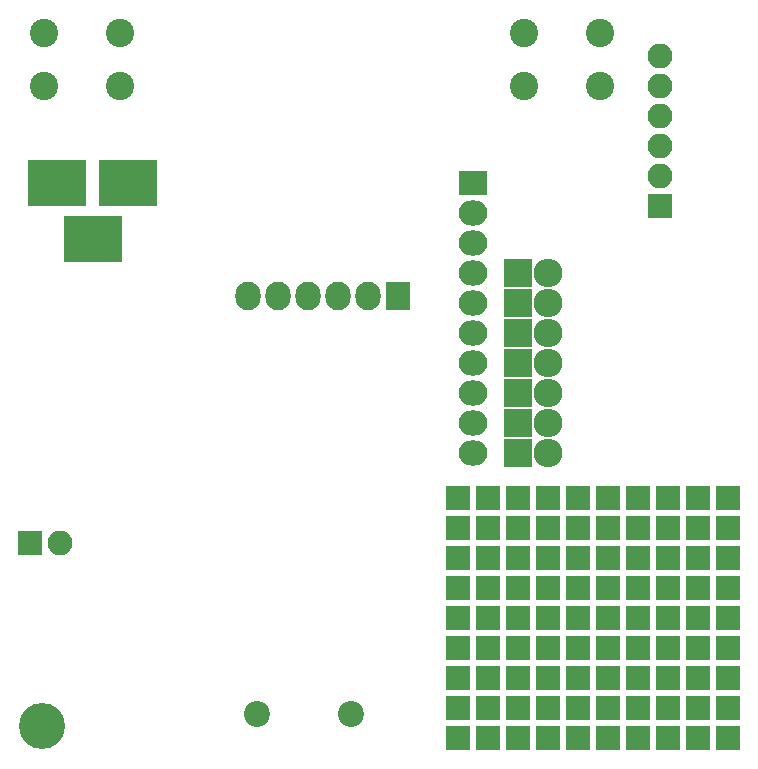
<source format=gbr>
G04 #@! TF.GenerationSoftware,KiCad,Pcbnew,(2016-12-16 revision f631ae2)-makepkg*
G04 #@! TF.CreationDate,2017-02-21T16:59:48-05:00*
G04 #@! TF.ProjectId,orc-esp1,6F72632D657370312E6B696361645F70,1*
G04 #@! TF.FileFunction,Soldermask,Bot*
G04 #@! TF.FilePolarity,Negative*
%FSLAX46Y46*%
G04 Gerber Fmt 4.6, Leading zero omitted, Abs format (unit mm)*
G04 Created by KiCad (PCBNEW (2016-12-16 revision f631ae2)-makepkg) date 02/21/17 16:59:48*
%MOMM*%
%LPD*%
G01*
G04 APERTURE LIST*
%ADD10C,0.100000*%
%ADD11R,4.900000X3.900120*%
%ADD12C,3.900120*%
%ADD13R,2.100000X2.100000*%
%ADD14O,2.100000X2.100000*%
%ADD15C,2.400000*%
%ADD16O,2.432000X2.127200*%
%ADD17R,2.432000X2.127200*%
%ADD18R,2.432000X2.432000*%
%ADD19O,2.432000X2.432000*%
%ADD20O,2.127200X2.432000*%
%ADD21R,2.127200X2.432000*%
%ADD22C,2.200000*%
G04 APERTURE END LIST*
D10*
D11*
X113205260Y-97409000D03*
X110205520Y-92710000D03*
X116205000Y-92710000D03*
D12*
X108966000Y-138684000D03*
D13*
X167005000Y-139700000D03*
X164465000Y-139700000D03*
X161925000Y-139700000D03*
X159385000Y-139700000D03*
X156845000Y-139700000D03*
X154305000Y-139700000D03*
X151765000Y-139700000D03*
X149225000Y-139700000D03*
X146685000Y-139700000D03*
X144145000Y-139700000D03*
X167005000Y-137160000D03*
X164465000Y-137160000D03*
X161925000Y-137160000D03*
X159385000Y-137160000D03*
X156845000Y-137160000D03*
X154305000Y-137160000D03*
X151765000Y-137160000D03*
X149225000Y-137160000D03*
X146685000Y-137160000D03*
X144145000Y-137160000D03*
X167005000Y-134620000D03*
X164465000Y-134620000D03*
X161925000Y-134620000D03*
X159385000Y-134620000D03*
X156845000Y-134620000D03*
X154305000Y-134620000D03*
X151765000Y-134620000D03*
X149225000Y-134620000D03*
X146685000Y-134620000D03*
X144145000Y-134620000D03*
X167005000Y-132080000D03*
X164465000Y-132080000D03*
X161925000Y-132080000D03*
X159385000Y-132080000D03*
X156845000Y-132080000D03*
X154305000Y-132080000D03*
X151765000Y-132080000D03*
X149225000Y-132080000D03*
X146685000Y-132080000D03*
X144145000Y-132080000D03*
X167005000Y-129540000D03*
X164465000Y-129540000D03*
X161925000Y-129540000D03*
X159385000Y-129540000D03*
X156845000Y-129540000D03*
X154305000Y-129540000D03*
X151765000Y-129540000D03*
X149225000Y-129540000D03*
X146685000Y-129540000D03*
X144145000Y-129540000D03*
X167005000Y-127000000D03*
X164465000Y-127000000D03*
X161925000Y-127000000D03*
X159385000Y-127000000D03*
X156845000Y-127000000D03*
X154305000Y-127000000D03*
X151765000Y-127000000D03*
X149225000Y-127000000D03*
X146685000Y-127000000D03*
X144145000Y-127000000D03*
X167005000Y-124460000D03*
X164465000Y-124460000D03*
X161925000Y-124460000D03*
X159385000Y-124460000D03*
X156845000Y-124460000D03*
X154305000Y-124460000D03*
X151765000Y-124460000D03*
X149225000Y-124460000D03*
X146685000Y-124460000D03*
X144145000Y-124460000D03*
X167005000Y-121920000D03*
X164465000Y-121920000D03*
X161925000Y-121920000D03*
X159385000Y-121920000D03*
X156845000Y-121920000D03*
X154305000Y-121920000D03*
X151765000Y-121920000D03*
X149225000Y-121920000D03*
X146685000Y-121920000D03*
X144145000Y-121920000D03*
X167005000Y-119380000D03*
X164465000Y-119380000D03*
X161925000Y-119380000D03*
X159385000Y-119380000D03*
X156845000Y-119380000D03*
X154305000Y-119380000D03*
X151765000Y-119380000D03*
X149225000Y-119380000D03*
X146685000Y-119380000D03*
X144145000Y-119380000D03*
D14*
X110490000Y-123190000D03*
D13*
X107950000Y-123190000D03*
D14*
X161290000Y-81915000D03*
X161290000Y-84455000D03*
X161290000Y-86995000D03*
X161290000Y-89535000D03*
X161290000Y-92075000D03*
D13*
X161290000Y-94615000D03*
D15*
X156210000Y-80010000D03*
X156210000Y-84510000D03*
X149710000Y-80010000D03*
X149710000Y-84510000D03*
X109070000Y-84455000D03*
X109070000Y-79955000D03*
X115570000Y-84455000D03*
X115570000Y-79955000D03*
D16*
X145415000Y-115570000D03*
X145415000Y-113030000D03*
X145415000Y-110490000D03*
X145415000Y-107950000D03*
X145415000Y-105410000D03*
X145415000Y-102870000D03*
X145415000Y-100330000D03*
X145415000Y-97790000D03*
X145415000Y-95250000D03*
D17*
X145415000Y-92710000D03*
D18*
X149225000Y-115570000D03*
D19*
X151765000Y-115570000D03*
X151765000Y-110490000D03*
D18*
X149225000Y-110490000D03*
X149225000Y-105410000D03*
D19*
X151765000Y-105410000D03*
X151765000Y-102870000D03*
D18*
X149225000Y-102870000D03*
D19*
X151765000Y-113030000D03*
D18*
X149225000Y-113030000D03*
X149225000Y-100330000D03*
D19*
X151765000Y-100330000D03*
X151765000Y-107950000D03*
D18*
X149225000Y-107950000D03*
D20*
X126365000Y-102235000D03*
X128905000Y-102235000D03*
X131445000Y-102235000D03*
X133985000Y-102235000D03*
X136525000Y-102235000D03*
D21*
X139065000Y-102235000D03*
D22*
X135130000Y-137635000D03*
X127130000Y-137635000D03*
M02*

</source>
